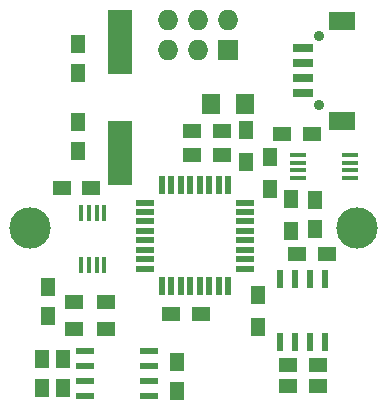
<source format=gts>
G04 #@! TF.FileFunction,Soldermask,Top*
%FSLAX46Y46*%
G04 Gerber Fmt 4.6, Leading zero omitted, Abs format (unit mm)*
G04 Created by KiCad (PCBNEW (2015-03-02 BZR 5466)-product) date Fri 06 Mar 2015 00:37:45 GMT*
%MOMM*%
G01*
G04 APERTURE LIST*
%ADD10C,0.100000*%
%ADD11C,3.500000*%
%ADD12R,0.550000X1.600000*%
%ADD13R,1.600000X0.550000*%
%ADD14R,0.450000X1.450000*%
%ADD15R,1.450000X0.450000*%
%ADD16R,0.600000X1.550000*%
%ADD17R,1.250000X1.500000*%
%ADD18R,1.500000X1.250000*%
%ADD19R,1.597660X1.800860*%
%ADD20R,1.300000X1.500000*%
%ADD21R,1.500000X1.300000*%
%ADD22R,1.550000X0.600000*%
%ADD23R,1.998980X5.499100*%
%ADD24R,1.727200X1.727200*%
%ADD25O,1.727200X1.727200*%
%ADD26R,2.200000X1.600000*%
%ADD27R,1.800000X0.700000*%
%ADD28C,0.900000*%
G04 APERTURE END LIST*
D10*
D11*
X83566000Y-83185000D03*
D12*
X100336000Y-79570000D03*
X99536000Y-79570000D03*
X98736000Y-79570000D03*
X97936000Y-79570000D03*
X97136000Y-79570000D03*
X96336000Y-79570000D03*
X95536000Y-79570000D03*
X94736000Y-79570000D03*
D13*
X93286000Y-81020000D03*
X93286000Y-81820000D03*
X93286000Y-82620000D03*
X93286000Y-83420000D03*
X93286000Y-84220000D03*
X93286000Y-85020000D03*
X93286000Y-85820000D03*
X93286000Y-86620000D03*
D12*
X94736000Y-88070000D03*
X95536000Y-88070000D03*
X96336000Y-88070000D03*
X97136000Y-88070000D03*
X97936000Y-88070000D03*
X98736000Y-88070000D03*
X99536000Y-88070000D03*
X100336000Y-88070000D03*
D13*
X101786000Y-86620000D03*
X101786000Y-85820000D03*
X101786000Y-85020000D03*
X101786000Y-84220000D03*
X101786000Y-83420000D03*
X101786000Y-82620000D03*
X101786000Y-81820000D03*
X101786000Y-81020000D03*
D14*
X87925000Y-86274000D03*
X88575000Y-86274000D03*
X89225000Y-86274000D03*
X89875000Y-86274000D03*
X89875000Y-81874000D03*
X89225000Y-81874000D03*
X88575000Y-81874000D03*
X87925000Y-81874000D03*
D15*
X106258000Y-77003000D03*
X106258000Y-77653000D03*
X106258000Y-78303000D03*
X106258000Y-78953000D03*
X110658000Y-78953000D03*
X110658000Y-78303000D03*
X110658000Y-77653000D03*
X110658000Y-77003000D03*
D16*
X108585000Y-87470000D03*
X107315000Y-87470000D03*
X106045000Y-87470000D03*
X104775000Y-87470000D03*
X104775000Y-92870000D03*
X106045000Y-92870000D03*
X107315000Y-92870000D03*
X108585000Y-92870000D03*
D17*
X87630000Y-67584000D03*
X87630000Y-70084000D03*
X87630000Y-76688000D03*
X87630000Y-74188000D03*
D18*
X99802000Y-76962000D03*
X97302000Y-76962000D03*
X95524000Y-90424000D03*
X98024000Y-90424000D03*
X99802000Y-74930000D03*
X97302000Y-74930000D03*
X86253000Y-79756000D03*
X88753000Y-79756000D03*
X104922000Y-75184000D03*
X107422000Y-75184000D03*
D17*
X85090000Y-88158000D03*
X85090000Y-90658000D03*
X107696000Y-80792000D03*
X107696000Y-83292000D03*
X96012000Y-94508000D03*
X96012000Y-97008000D03*
D18*
X106192000Y-85344000D03*
X108692000Y-85344000D03*
D17*
X86360000Y-94254000D03*
X86360000Y-96754000D03*
D18*
X105430000Y-94742000D03*
X107930000Y-94742000D03*
D17*
X84582000Y-94254000D03*
X84582000Y-96754000D03*
D18*
X105430000Y-96520000D03*
X107930000Y-96520000D03*
D19*
X98910140Y-72644000D03*
X101749860Y-72644000D03*
D20*
X103886000Y-77136000D03*
X103886000Y-79836000D03*
X101854000Y-74850000D03*
X101854000Y-77550000D03*
D21*
X87296000Y-89408000D03*
X89996000Y-89408000D03*
D20*
X105664000Y-80692000D03*
X105664000Y-83392000D03*
D21*
X89996000Y-91694000D03*
X87296000Y-91694000D03*
D20*
X102870000Y-88820000D03*
X102870000Y-91520000D03*
D22*
X93632000Y-97409000D03*
X93632000Y-96139000D03*
X93632000Y-94869000D03*
X93632000Y-93599000D03*
X88232000Y-93599000D03*
X88232000Y-94869000D03*
X88232000Y-96139000D03*
X88232000Y-97409000D03*
D23*
X91186000Y-67437000D03*
X91186000Y-76835000D03*
D11*
X111252000Y-83185000D03*
D24*
X100330000Y-68072000D03*
D25*
X100330000Y-65532000D03*
X97790000Y-68072000D03*
X97790000Y-65532000D03*
X95250000Y-68072000D03*
X95250000Y-65532000D03*
D26*
X109980000Y-65625000D03*
X109980000Y-74075000D03*
D27*
X106680000Y-69225000D03*
X106680000Y-67945000D03*
X106680000Y-70485000D03*
X106680000Y-71755000D03*
D28*
X108080000Y-72775000D03*
X108080000Y-66925000D03*
M02*

</source>
